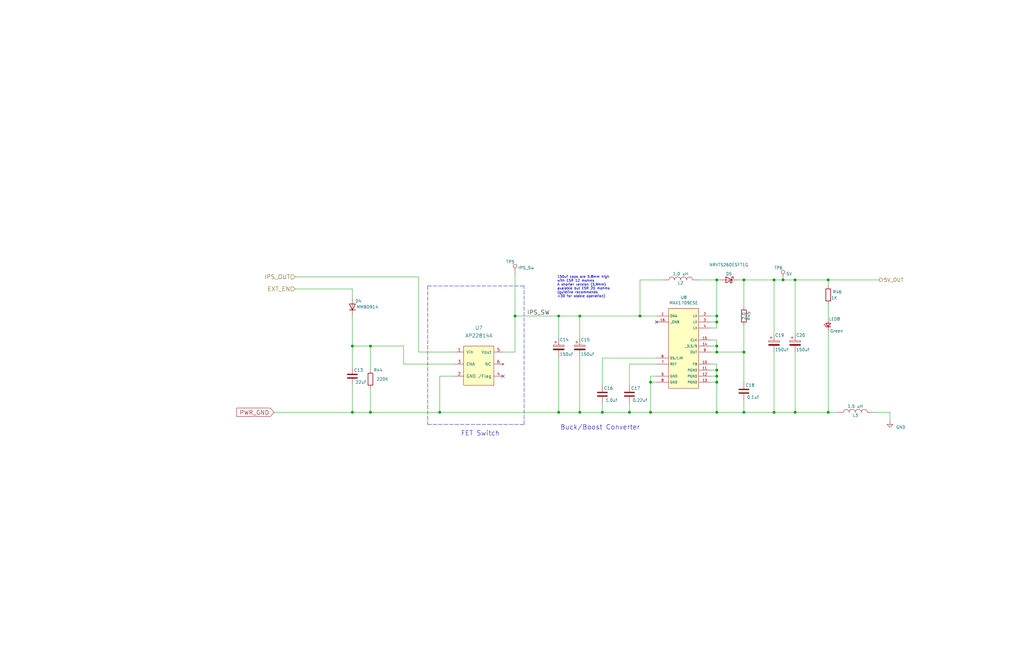
<source format=kicad_sch>
(kicad_sch (version 20211123) (generator eeschema)
  (paper "B")
  (title_block (title "ConnectBox CM4 for China Case") (date "2022-02-17") (rev "1.8.1") (comment 1 "JRA"))
  (lib_symbols
    (symbol "Connector:TestPoint" (pin_numbers hide) (pin_names (offset 0.762) hide)
      (property "Reference" "TP" (at 0 6.858 0))
      (property "Value" "TestPoint" (at 0 5.08 0))
      (symbol "TestPoint_0_1"
        (circle (center 0 3.302) (radius 0.762))
      )
      (symbol "TestPoint_1_1"
        (pin passive line (at 0 0 90) (length 2.54) (name "1") (number "1"))
      )
    )
    (symbol "CustomComponents:AP22814A" (pin_names (offset 1.016))
      (property "Reference" "IC" (at -3.81 8.89 0))
      (property "Value" "AP22814A" (at 0 -11.43 0))
      (symbol "AP22814A_0_1"
        (rectangle (start -5.08 6.35) (end 7.62 -10.16) (fill (type background)))
      )
      (symbol "AP22814A_1_1"
        (pin input line (at -8.89 3.81 0) (length 3.81) (name "Vin") (number "1"))
        (pin input line (at -8.89 -6.35 0) (length 3.81) (name "GND") (number "2"))
        (pin input line (at -8.89 -1.27 0) (length 3.81) (name "ENA") (number "3"))
        (pin output line (at 11.43 -6.35 180) (length 3.81) (name "/Flag") (number "4"))
        (pin power_out line (at 11.43 3.81 180) (length 3.81) (name "Vout") (number "5"))
        (pin no_connect line (at 11.43 -1.27 180) (length 3.81) (name "NC") (number "6"))
      )
    )
    (symbol "CustomComponents:INDUCTOR-1" (pin_numbers hide) (pin_names (offset 1.016) hide)
      (property "Reference" "L" (at -1.27 0 90))
      (property "Value" "INDUCTOR-1" (at 2.54 0 90))
      (symbol "INDUCTOR-1_0_1"
        (arc (start 0.0254 -5.0546) (mid 1.245 -3.7973) (end 0.0254 -2.54))
        (arc (start 0.0254 -2.5146) (mid 1.2704 -1.2319) (end 0.0254 0.0508))
        (arc (start 0.0254 0.0254) (mid 1.2704 1.3081) (end 0.0254 2.5908))
        (arc (start 0.0254 2.5654) (mid 1.1942 3.7719) (end 0.0254 4.9784))
      )
      (symbol "INDUCTOR-1_1_1"
        (pin passive line (at 0 7.62 270) (length 2.54) (name "1") (number "1"))
        (pin passive line (at 0 -7.62 90) (length 2.54) (name "2") (number "2"))
      )
    )
    (symbol "Custom_1:MAX1709ESE"
      (property "Reference" "U" (at -2.54 17.78 0))
      (property "Value" "MAX1709ESE" (at 0 15.24 0))
      (symbol "MAX1709ESE_0_1"
        (rectangle (start -6.35 13.335) (end 6.35 -20.32) (stroke (width 0.1524)) (fill (type background)))
      )
      (symbol "MAX1709ESE_1_1"
        (pin input line (at -11.43 10.16 0) (length 5.08) (name "ONA") (number "1"))
        (pin input line (at 11.43 -10.16 180) (length 5.08) (name "FB") (number "10"))
        (pin input line (at 11.43 -12.7 180) (length 5.08) (name "PGND") (number "11"))
        (pin input line (at 11.43 -15.24 180) (length 5.08) (name "PGND") (number "12"))
        (pin input line (at 11.43 -17.78 180) (length 5.08) (name "PGND") (number "13"))
        (pin input line (at 11.43 -2.54 180) (length 5.08) (name "_3.3/5") (number "14"))
        (pin input line (at 11.43 0 180) (length 5.08) (name "CLK") (number "15"))
        (pin input line (at -11.43 7.62 0) (length 5.08) (name "_ONB") (number "16"))
        (pin input line (at 11.43 10.16 180) (length 5.08) (name "LX") (number "2"))
        (pin input line (at 11.43 7.62 180) (length 5.08) (name "LX") (number "3"))
        (pin input line (at 11.43 5.08 180) (length 5.08) (name "LX") (number "4"))
        (pin input line (at -11.43 -15.24 0) (length 5.08) (name "GND") (number "5"))
        (pin input line (at -11.43 -7.62 0) (length 5.08) (name "SS/LIM") (number "6"))
        (pin input line (at -11.43 -10.16 0) (length 5.08) (name "REF") (number "7"))
        (pin input line (at -11.43 -17.78 0) (length 5.08) (name "GND") (number "8"))
        (pin input line (at 11.43 -5.08 180) (length 5.08) (name "OUT") (number "9"))
      )
    )
    (symbol "Device:C" (pin_numbers hide) (pin_names (offset 0.254))
      (property "Reference" "C" (at 0.635 2.54 0))
      (property "Value" "C" (at 0.635 -2.54 0))
      (symbol "C_0_1"
        (polyline (pts (xy -2.032 -0.762) (xy 2.032 -0.762)) (stroke (width 0.508)))
        (polyline (pts (xy -2.032 0.762) (xy 2.032 0.762)) (stroke (width 0.508)))
      )
      (symbol "C_1_1"
        (pin passive line (at 0 3.81 270) (length 2.794) (name "~") (number "1"))
        (pin passive line (at 0 -3.81 90) (length 2.794) (name "~") (number "2"))
      )
    )
    (symbol "Device:CP" (pin_numbers hide) (pin_names (offset 0.254))
      (property "Reference" "C" (at 0.635 2.54 0))
      (property "Value" "CP" (at 0.635 -2.54 0))
      (symbol "CP_0_1"
        (rectangle (start -2.286 0.508) (end 2.286 1.016))
        (polyline (pts (xy -1.778 2.286) (xy -0.762 2.286)))
        (polyline (pts (xy -1.27 2.794) (xy -1.27 1.778)))
        (rectangle (start 2.286 -0.508) (end -2.286 -1.016) (fill (type outline)))
      )
      (symbol "CP_1_1"
        (pin passive line (at 0 3.81 270) (length 2.794) (name "~") (number "1"))
        (pin passive line (at 0 -3.81 90) (length 2.794) (name "~") (number "2"))
      )
    )
    (symbol "Device:D_Schottky" (pin_numbers hide) (pin_names (offset 1.016) hide)
      (property "Reference" "D" (at 0 2.54 0))
      (property "Value" "D_Schottky" (at 0 -2.54 0))
      (symbol "D_Schottky_0_1"
        (polyline (pts (xy 1.27 0) (xy -1.27 0)))
        (polyline (pts (xy 1.27 1.27) (xy 1.27 -1.27) (xy -1.27 0) (xy 1.27 1.27)) (stroke (width 0.254)))
        (polyline (pts (xy -1.905 0.635) (xy -1.905 1.27) (xy -1.27 1.27) (xy -1.27 -1.27) (xy -0.635 -1.27) (xy -0.635 -0.635)) (stroke (width 0.254)))
      )
      (symbol "D_Schottky_1_1"
        (pin passive line (at -3.81 0 0) (length 2.54) (name "K") (number "1"))
        (pin passive line (at 3.81 0 180) (length 2.54) (name "A") (number "2"))
      )
    )
    (symbol "Device:LED_Small" (pin_numbers hide) (pin_names (offset 0.254) hide)
      (property "Reference" "D" (at -1.27 3.175 0))
      (property "Value" "LED_Small" (at -4.445 -2.54 0))
      (symbol "LED_Small_0_1"
        (polyline (pts (xy -0.762 -1.016) (xy -0.762 1.016)) (stroke (width 0.254)))
        (polyline (pts (xy 1.016 0) (xy -0.762 0)))
        (polyline (pts (xy 0.762 -1.016) (xy -0.762 0) (xy 0.762 1.016) (xy 0.762 -1.016)) (stroke (width 0.254)))
        (polyline (pts (xy 0 0.762) (xy -0.508 1.27) (xy -0.254 1.27) (xy -0.508 1.27) (xy -0.508 1.016)))
        (polyline (pts (xy 0.508 1.27) (xy 0 1.778) (xy 0.254 1.778) (xy 0 1.778) (xy 0 1.524)))
      )
      (symbol "LED_Small_1_1"
        (pin passive line (at -2.54 0 0) (length 1.778) (name "K") (number "1"))
        (pin passive line (at 2.54 0 180) (length 1.778) (name "A") (number "2"))
      )
    )
    (symbol "Device:R" (pin_numbers hide) (pin_names (offset 0))
      (property "Reference" "R" (at 2.032 0 90))
      (property "Value" "R" (at 0 0 90))
      (symbol "R_0_1"
        (rectangle (start -1.016 -2.54) (end 1.016 2.54) (stroke (width 0.254)))
      )
      (symbol "R_1_1"
        (pin passive line (at 0 3.81 270) (length 1.27) (name "~") (number "1"))
        (pin passive line (at 0 -3.81 90) (length 1.27) (name "~") (number "2"))
      )
    )
    (symbol "Diode:1N914" (pin_numbers hide) (pin_names (offset 1.016) hide)
      (property "Reference" "D" (at 0 2.54 0))
      (property "Value" "1N914" (at 0 -2.54 0))
      (symbol "1N914_0_1"
        (polyline (pts (xy -1.27 1.27) (xy -1.27 -1.27)) (stroke (width 0.254)))
        (polyline (pts (xy 1.27 0) (xy -1.27 0)))
        (polyline (pts (xy 1.27 1.27) (xy 1.27 -1.27) (xy -1.27 0) (xy 1.27 1.27)) (stroke (width 0.254)))
      )
      (symbol "1N914_1_1"
        (pin passive line (at -3.81 0 0) (length 2.54) (name "K") (number "1"))
        (pin passive line (at 3.81 0 180) (length 2.54) (name "A") (number "2"))
      )
    )
    (symbol "power:GND" (power) (pin_names (offset 0))
      (property "Value" "GND" (at 0 -3.81 0))
      (symbol "GND_0_1"
        (polyline (pts (xy 0 0) (xy 0 -1.27) (xy 1.27 -1.27) (xy 0 -2.54) (xy -1.27 -1.27) (xy 0 -1.27)))
      )
      (symbol "GND_1_1"
        (pin power_in line (at 0 0 270) (length 0) hide (name "GND") (number "1"))
      )
    )
  )
  (junction (at 244.475 133.35) (diameter 1.016))
  (junction (at 302.26 133.35) (diameter 1.016))
  (junction (at 335.28 173.99) (diameter 1.016))
  (junction (at 313.69 118.11) (diameter 1.016))
  (junction (at 335.28 118.11) (diameter 1.016))
  (junction (at 349.25 173.99) (diameter 1.016))
  (junction (at 274.32 161.29) (diameter 1.016))
  (junction (at 156.21 173.99) (diameter 1.016))
  (junction (at 148.59 146.05) (diameter 1.016))
  (junction (at 302.26 148.59) (diameter 1.016))
  (junction (at 349.25 118.11) (diameter 1.016))
  (junction (at 313.69 173.99) (diameter 1.016))
  (junction (at 302.26 161.29) (diameter 1.016))
  (junction (at 269.875 133.35) (diameter 1.016))
  (junction (at 217.17 133.35) (diameter 1.016))
  (junction (at 302.26 173.99) (diameter 1.016))
  (junction (at 156.21 146.05) (diameter 1.016))
  (junction (at 330.2 118.11) (diameter 1.016))
  (junction (at 148.59 173.99) (diameter 1.016))
  (junction (at 235.585 133.35) (diameter 1.016))
  (junction (at 302.26 158.75) (diameter 1.016))
  (junction (at 302.26 135.89) (diameter 1.016))
  (junction (at 185.42 173.99) (diameter 1.016))
  (junction (at 235.585 173.99) (diameter 1.016))
  (junction (at 254 173.99) (diameter 1.016))
  (junction (at 244.475 173.99) (diameter 1.016))
  (junction (at 302.26 146.05) (diameter 1.016))
  (junction (at 265.43 173.99) (diameter 1.016))
  (junction (at 313.69 148.59) (diameter 1.016))
  (junction (at 326.39 173.99) (diameter 1.016))
  (junction (at 302.26 156.21) (diameter 1.016))
  (junction (at 326.39 118.11) (diameter 1.016))
  (junction (at 302.26 118.11) (diameter 1.016))
  (junction (at 274.32 173.99) (diameter 1.016))
  (no_connect (at 276.86 135.89))
  (no_connect (at 212.09 158.75))
  (wire (pts (xy 235.585 173.99) (xy 244.475 173.99)))
  (wire (pts (xy 244.475 173.99) (xy 254 173.99)))
  (wire (pts (xy 254 173.99) (xy 265.43 173.99)))
  (wire (pts (xy 265.43 173.99) (xy 274.32 173.99)))
  (wire (pts (xy 274.32 173.99) (xy 302.26 173.99)))
  (wire (pts (xy 302.26 173.99) (xy 313.69 173.99)))
  (wire (pts (xy 313.69 173.99) (xy 326.39 173.99)))
  (wire (pts (xy 217.17 133.35) (xy 235.585 133.35)))
  (wire (pts (xy 235.585 133.35) (xy 244.475 133.35)))
  (wire (pts (xy 244.475 133.35) (xy 269.875 133.35)))
  (wire (pts (xy 269.875 133.35) (xy 276.86 133.35)))
  (wire (pts (xy 294.64 118.11) (xy 302.26 118.11)))
  (wire (pts (xy 302.26 118.11) (xy 303.53 118.11)))
  (wire (pts (xy 302.26 148.59) (xy 299.72 148.59)))
  (wire (pts (xy 313.69 137.16) (xy 313.69 148.59)))
  (wire (pts (xy 313.69 148.59) (xy 302.26 148.59)))
  (wire (pts (xy 148.59 121.92) (xy 148.59 125.73)))
  (wire (pts (xy 124.46 121.92) (xy 148.59 121.92)))
  (wire (pts (xy 302.26 118.11) (xy 302.26 133.35)))
  (wire (pts (xy 335.28 118.11) (xy 349.25 118.11)))
  (wire (pts (xy 274.32 158.75) (xy 274.32 161.29)))
  (wire (pts (xy 274.32 161.29) (xy 276.86 161.29)))
  (wire (pts (xy 276.86 158.75) (xy 274.32 158.75)))
  (wire (pts (xy 299.72 135.89) (xy 302.26 135.89)))
  (wire (pts (xy 299.72 138.43) (xy 302.26 138.43)))
  (wire (pts (xy 302.26 138.43) (xy 302.26 135.89)))
  (wire (pts (xy 349.25 173.99) (xy 335.28 173.99)))
  (wire (pts (xy 115.57 173.99) (xy 148.59 173.99)))
  (wire (pts (xy 148.59 162.56) (xy 148.59 173.99)))
  (wire (pts (xy 156.21 146.05) (xy 170.18 146.05)))
  (wire (pts (xy 170.18 153.67) (xy 170.18 146.05)))
  (wire (pts (xy 170.18 153.67) (xy 191.77 153.67)))
  (wire (pts (xy 212.09 148.59) (xy 217.17 148.59)))
  (polyline (pts (xy 220.98 179.07) (xy 220.98 120.65)) (stroke (width 0) (type dash)))
  (wire (pts (xy 185.42 158.75) (xy 185.42 173.99)))
  (wire (pts (xy 191.77 158.75) (xy 185.42 158.75)))
  (wire (pts (xy 148.59 146.05) (xy 156.21 146.05)))
  (wire (pts (xy 335.28 118.11) (xy 335.28 140.97)))
  (wire (pts (xy 375.285 173.99) (xy 368.3 173.99)))
  (polyline (pts (xy 180.34 120.65) (xy 220.98 120.65)) (stroke (width 0) (type dash)))
  (wire (pts (xy 311.15 118.11) (xy 313.69 118.11)))
  (wire (pts (xy 313.69 118.11) (xy 326.39 118.11)))
  (wire (pts (xy 274.32 161.29) (xy 274.32 173.99)))
  (wire (pts (xy 330.2 118.11) (xy 335.28 118.11)))
  (wire (pts (xy 254 151.13) (xy 276.86 151.13)))
  (wire (pts (xy 254 162.56) (xy 254 151.13)))
  (wire (pts (xy 349.25 139.7) (xy 349.25 173.99)))
  (wire (pts (xy 349.25 128.27) (xy 349.25 134.62)))
  (wire (pts (xy 349.25 118.11) (xy 349.25 120.65)))
  (wire (pts (xy 326.39 118.11) (xy 326.39 140.97)))
  (wire (pts (xy 265.43 153.67) (xy 265.43 162.56)))
  (wire (pts (xy 276.86 153.67) (xy 265.43 153.67)))
  (wire (pts (xy 313.69 118.11) (xy 313.69 129.54)))
  (wire (pts (xy 349.25 173.99) (xy 353.06 173.99)))
  (wire (pts (xy 148.59 154.94) (xy 148.59 146.05)))
  (wire (pts (xy 313.69 168.91) (xy 313.69 173.99)))
  (wire (pts (xy 302.26 161.29) (xy 302.26 173.99)))
  (wire (pts (xy 217.17 115.57) (xy 217.17 133.35)))
  (wire (pts (xy 235.585 150.495) (xy 235.585 173.99)))
  (wire (pts (xy 124.46 116.84) (xy 176.53 116.84)))
  (wire (pts (xy 176.53 116.84) (xy 176.53 148.59)))
  (wire (pts (xy 244.475 133.35) (xy 244.475 142.875)))
  (wire (pts (xy 335.28 173.99) (xy 335.28 148.59)))
  (wire (pts (xy 375.285 173.99) (xy 375.285 177.8)))
  (wire (pts (xy 254 170.18) (xy 254 173.99)))
  (wire (pts (xy 349.25 118.11) (xy 370.84 118.11)))
  (wire (pts (xy 326.39 118.11) (xy 330.2 118.11)))
  (wire (pts (xy 235.585 133.35) (xy 235.585 142.875)))
  (wire (pts (xy 326.39 173.99) (xy 326.39 148.59)))
  (wire (pts (xy 185.42 173.99) (xy 235.585 173.99)))
  (wire (pts (xy 176.53 148.59) (xy 191.77 148.59)))
  (wire (pts (xy 269.875 118.11) (xy 269.875 133.35)))
  (wire (pts (xy 279.4 118.11) (xy 269.875 118.11)))
  (wire (pts (xy 156.21 173.99) (xy 185.42 173.99)))
  (wire (pts (xy 156.21 173.99) (xy 148.59 173.99)))
  (polyline (pts (xy 180.34 120.65) (xy 180.34 179.07)) (stroke (width 0) (type dash)))
  (wire (pts (xy 302.26 158.75) (xy 302.26 161.29)))
  (wire (pts (xy 302.26 161.29) (xy 299.72 161.29)))
  (wire (pts (xy 313.69 148.59) (xy 313.69 161.29)))
  (wire (pts (xy 299.72 143.51) (xy 302.26 143.51)))
  (wire (pts (xy 302.26 143.51) (xy 302.26 146.05)))
  (wire (pts (xy 302.26 146.05) (xy 302.26 148.59)))
  (wire (pts (xy 244.475 150.495) (xy 244.475 173.99)))
  (wire (pts (xy 148.59 133.35) (xy 148.59 146.05)))
  (polyline (pts (xy 180.34 179.07) (xy 220.98 179.07)) (stroke (width 0) (type dash)))
  (wire (pts (xy 299.72 153.67) (xy 302.26 153.67)))
  (wire (pts (xy 302.26 153.67) (xy 302.26 156.21)))
  (wire (pts (xy 302.26 156.21) (xy 299.72 156.21)))
  (wire (pts (xy 299.72 146.05) (xy 302.26 146.05)))
  (wire (pts (xy 156.21 156.21) (xy 156.21 146.05)))
  (wire (pts (xy 335.28 173.99) (xy 326.39 173.99)))
  (wire (pts (xy 217.17 133.35) (xy 217.17 148.59)))
  (wire (pts (xy 302.26 133.35) (xy 299.72 133.35)))
  (wire (pts (xy 302.26 135.89) (xy 302.26 133.35)))
  (wire (pts (xy 302.26 156.21) (xy 302.26 158.75)))
  (wire (pts (xy 302.26 158.75) (xy 299.72 158.75)))
  (wire (pts (xy 156.21 163.83) (xy 156.21 173.99)))
  (wire (pts (xy 265.43 170.18) (xy 265.43 173.99)))
  (text "150uf caps are 5.8mm high\nwith ESR 12 mohms\nA shorter version (3.9mm)\navaiable but ESR 20 mohms\n(guidline recommends \n<30 for stable operation)" (at 234.95 125.73 0) (effects (font (size 1.016 1.016)) (justify left bottom)))
  (text "Buck/Boost Converter" (at 236.22 181.61 0) (effects (font (size 2.0066 2.0066)) (justify left bottom)))
  (text "FET Switch" (at 194.31 184.15 0) (effects (font (size 2.0066 2.0066)) (justify left bottom)))
  (label "IPS_SW" (at 222.25 133.35 0) (effects (font (size 1.778 1.778))))
  (global_label "PWR_GND" (shape input) (at 115.57 173.99 180) (effects (font (size 1.778 1.778))) (property "Intersheet References" "${INTERSHEET_REFS}" (effects hide)))
  (hierarchical_label "EXT_EN" (shape input) (at 124.46 121.92 180) (effects (font (size 1.778 1.778))))
  (hierarchical_label "IPS_OUT" (shape input) (at 124.46 116.84 180) (effects (font (size 1.778 1.778))))
  (hierarchical_label "5V_OUT" (shape output) (at 370.84 118.11 0) (effects (font (size 1.524 1.524))))
  (symbol (lib_id "Device:D_Schottky") (at 307.34 118.11 0) (mirror y) (unit 1)
    (property "Reference" "D5" (at 307.34 115.57 0))
    (property "Value" "NRVTS260ESFT1G" (at 307.34 111.76 0))
    (property "Footprint" "CustomComponents:SOD-123FL" (effects hide))
    (property "Manufacturer" "ON Semiconductor" (effects hide))
    (property "Manufacturer P/N" "NRVTS260ESFT1G" (effects hide))
    (property "Description" "DIODE SCHOTTKY 60V 2A SOD123FL" (effects hide))
    (property "DigiKey P/N" "NRVTS260ESFT1GOSCT-ND" (effects hide))
    (property "Type" "SMD" (effects hide))
  )
  (symbol (lib_id "Device:LED_Small") (at 349.25 137.16 90) (unit 1)
    (property "Reference" "LED8" (at 354.33 134.62 90) (effects (justify left)))
    (property "Value" "Green" (at 355.6 139.7 90) (effects (justify left)))
    (property "Footprint" "LED_SMD:LED_0603_1608Metric" (effects hide))
    (property "Manufacturer" "Lite-On Inc." (effects hide))
    (property "Manufacturer P/N" "LTST-C191KFKT" (effects hide))
    (property "Description" "LED GREEN CLEAR 0603 SMD" (effects hide))
    (property "DigiKey P/N" "160-1446-1-ND" (effects hide))
    (property "Type" "SMD" (effects hide))
  )
  (symbol (lib_id "power:GND") (at 375.285 177.8 0) (unit 1)
    (property "Reference" "#PWR011" (effects hide))
    (property "Value" "GND" (at 379.857 180.2892 0))
  )
  (symbol (lib_id "Connector:TestPoint") (at 217.17 115.57 0) (unit 1)
    (property "Reference" "TP5" (at 213.36 110.49 0) (effects (justify left)))
    (property "Value" "IPS_Sw" (at 218.44 113.03 0) (effects (justify left)))
    (property "Footprint" "TestPoint:TestPoint_THTPad_D1.5mm_Drill0.7mm" (effects hide))
  )
  (symbol (lib_id "Device:CP") (at 244.475 146.685 0) (unit 1)
    (property "Reference" "C15" (at 244.8561 143.3841 0) (effects (justify left)))
    (property "Value" "150uf" (at 244.8561 149.4928 0) (effects (justify left)))
    (property "Footprint" "Capacitor_SMD:CP_Elec_5x3" (effects hide))
    (property "Manufacturer" "Nippon Chemi-Con" (effects hide))
    (property "Manufacturer P/N" "APXF6R3ARA151ME61G" (effects hide))
    (property "Description" "150uf, 6.3V Alum Polymer Cap" (effects hide))
    (property "DigiKey P/N" "565-4332-1-ND" (effects hide))
    (property "Type" "SMD" (effects hide))
  )
  (symbol (lib_id "Device:C") (at 148.59 158.75 0) (unit 1)
    (property "Reference" "C13" (at 149.225 156.21 0) (effects (justify left)))
    (property "Value" "22uF" (at 149.86 161.29 0) (effects (justify left)))
    (property "Footprint" "Capacitor_SMD:C_0603_1608Metric" (effects hide))
    (property "Manufacturer" "Samsung" (effects hide))
    (property "Manufacturer P/N" "CL10A226MQ8NRNC" (effects hide))
    (property "Description" "CAP CER 22UF 6.3V X5R 0603" (effects hide))
    (property "DigiKey P/N" "1276-1193-1-ND" (effects hide))
    (property "Type" "SMD" (effects hide))
  )
  (symbol (lib_id "Diode:1N914") (at 148.59 129.54 90) (unit 1)
    (property "Reference" "D4" (at 151.13 127 90))
    (property "Value" "MMBD914" (at 154.94 129.54 90))
    (property "Footprint" "Diode_SMD:D_SOT-23_ANK" (effects hide))
    (property "Datasheet" "http://www.vishay.com/docs/85622/1n914.pdf" (effects hide))
    (property "Manufacturer" "ON Semiconductor" (effects hide))
    (property "Manufacturer P/N" "MMBD914LT1G" (effects hide))
    (property "Description" "DIODE GEN PURP 100V 200MA SOT23" (effects hide))
    (property "DigiKey P/N" "MMBD914LT1GOSCT-ND" (effects hide))
    (property "Type" "SMD" (effects hide))
  )
  (symbol (lib_id "Device:C") (at 313.69 165.1 0) (unit 1)
    (property "Reference" "C18" (at 314.325 162.56 0) (effects (justify left)))
    (property "Value" "0.1uf" (at 314.96 167.64 0) (effects (justify left)))
    (property "Footprint" "Capacitor_SMD:C_0603_1608Metric" (effects hide))
    (property "Manufacturer" "KEMET" (effects hide))
    (property "Manufacturer P/N" "C0603C104K9PAC7867" (effects hide))
    (property "Description" "CAP CER 0.1UF 6.3V X5R 0603" (effects hide))
    (property "DigiKey P/N" "399-17575-1-ND" (effects hide))
    (property "Type" "SMD" (effects hide))
  )
  (symbol (lib_id "Connector:TestPoint") (at 330.2 118.11 0) (unit 1)
    (property "Reference" "TP6" (at 326.39 113.03 0) (effects (justify left)))
    (property "Value" "5V" (at 331.47 115.57 0) (effects (justify left)))
    (property "Footprint" "TestPoint:TestPoint_THTPad_D1.5mm_Drill0.7mm" (effects hide))
  )
  (symbol (lib_id "Custom_1:MAX1709ESE") (at 288.29 143.51 0) (unit 1)
    (property "Reference" "U8" (at 288.29 125.5226 0))
    (property "Value" "MAX1709ESE" (at 288.29 127.8213 0))
    (property "Footprint" "Package_SO:SOP-16_3.9x9.9mm_P1.27mm" (effects hide))
    (property "Manufacturer" "Maxim" (effects hide))
    (property "Manufacturer P/N" "MAX1709ESE" (effects hide))
    (property "Description" "STEP-UP DC-DC CONVERTER" (effects hide))
    (property "Type" "SMD" (effects hide))
  )
  (symbol (lib_id "Device:R") (at 156.21 160.02 0) (unit 1)
    (property "Reference" "R44" (at 157.48 156.21 0) (effects (justify left)))
    (property "Value" "220K" (at 158.75 160.02 0) (effects (justify left)))
    (property "Footprint" "Resistor_SMD:R_0603_1608Metric" (effects hide))
    (property "Manufacturer" "Yageo" (effects hide))
    (property "Manufacturer P/N" "RC0603FR-07220KL" (effects hide))
    (property "Description" "RES SMD 220K OHM 1% 1/8W 0603" (effects hide))
    (property "DigiKey P/N" "311-220KHRCT-ND" (effects hide))
    (property "Type" "SMD" (effects hide))
  )
  (symbol (lib_id "Device:C") (at 254 166.37 0) (unit 1)
    (property "Reference" "C16" (at 254.635 163.83 0) (effects (justify left)))
    (property "Value" "1.0uf" (at 255.27 168.91 0) (effects (justify left)))
    (property "Footprint" "Capacitor_SMD:C_0603_1608Metric" (effects hide))
    (property "Manufacturer" "KEMET" (effects hide))
    (property "Manufacturer P/N" "C0603C105K9PACTU" (effects hide))
    (property "Description" "CAP CER 1UF 6.3V X5R 0603" (effects hide))
    (property "DigiKey P/N" "399-7848-1-ND" (effects hide))
    (property "Type" "SMD" (effects hide))
  )
  (symbol (lib_id "Device:C") (at 265.43 166.37 0) (unit 1)
    (property "Reference" "C17" (at 266.065 163.83 0) (effects (justify left)))
    (property "Value" "0.22uf" (at 266.7 168.91 0) (effects (justify left)))
    (property "Footprint" "Capacitor_SMD:C_0603_1608Metric" (effects hide))
    (property "Manufacturer" "KEMET" (effects hide))
    (property "Manufacturer P/N" "C0603C224K9PAC7867" (effects hide))
    (property "Description" "CAP CER 0.22UF 6.3V X5R 0603" (effects hide))
    (property "DigiKey P/N" "399-14969-1-ND " (effects hide))
    (property "Type" "SMD" (effects hide))
  )
  (symbol (lib_id "Device:CP") (at 335.28 144.78 0) (unit 1)
    (property "Reference" "C20" (at 335.6611 141.4791 0) (effects (justify left)))
    (property "Value" "150uf" (at 335.6611 147.5878 0) (effects (justify left)))
    (property "Footprint" "Capacitor_SMD:CP_Elec_5x3" (effects hide))
    (property "Manufacturer" "Nippon Chemi-Con" (effects hide))
    (property "Manufacturer P/N" "APXF6R3ARA151ME61G" (effects hide))
    (property "Description" "150uf, 6.3V Alum Polymer Cap" (effects hide))
    (property "DigiKey P/N" "565-4332-1-ND" (effects hide))
    (property "Type" "SMD" (effects hide))
  )
  (symbol (lib_id "CustomComponents:AP22814A") (at 200.66 152.4 0) (unit 1)
    (property "Reference" "U7" (at 201.93 138.367 0) (effects (font (size 1.524 1.524))))
    (property "Value" "AP22814A" (at 201.93 141.646 0) (effects (font (size 1.524 1.524))))
    (property "Footprint" "CustomComponents:U-DFN2020-6" (effects hide))
    (property "Datasheet" "https://www.diodes.com/assets/Datasheets/AP22804_14.pdf" (effects hide))
  )
  (symbol (lib_id "Device:R") (at 313.69 133.35 0) (unit 1)
    (property "Reference" "R45" (at 315.722 133.35 90))
    (property "Value" "2.0" (at 313.69 133.35 90))
    (property "Footprint" "Resistor_SMD:R_0603_1608Metric" (effects hide))
    (property "Manufacturer" "Yageo" (effects hide))
    (property "Manufacturer P/N" "RC0603FR-072RL" (effects hide))
    (property "Description" "RES SMD 2.0 OHM 1% 1/8W 603" (effects hide))
    (property "DigiKey P/N" "311-2.00HRCT-ND" (effects hide))
    (property "Type" "SMD" (effects hide))
  )
  (symbol (lib_id "Device:CP") (at 235.585 146.685 0) (unit 1)
    (property "Reference" "C14" (at 235.9661 143.3841 0) (effects (justify left)))
    (property "Value" "150uf" (at 235.9661 149.4928 0) (effects (justify left)))
    (property "Footprint" "Capacitor_SMD:CP_Elec_5x3" (effects hide))
    (property "Manufacturer" "Nippon Chemi-Con" (effects hide))
    (property "Manufacturer P/N" "APXF6R3ARA151ME61G" (effects hide))
    (property "Description" "150uf, 6.3V Alum Polymer Cap" (effects hide))
    (property "DigiKey P/N" "565-4332-1-ND" (effects hide))
    (property "Type" "SMD" (effects hide))
  )
  (symbol (lib_id "CustomComponents:INDUCTOR-1") (at 360.68 173.99 90) (unit 1)
    (property "Reference" "L3" (at 360.68 175.26 90))
    (property "Value" "1.5 uH" (at 360.68 171.45 90))
    (property "Footprint" "Inductor_SMD:L_Taiyo-Yuden_NR-50xx" (effects hide))
    (property "Manufacturer" "Taiyo Yuden" (effects hide))
    (property "Manufacturer P/N" "NRS5020T1R5NMGJ" (effects hide))
    (property "Description" "FIXED IND 1.5UH 3A 31.2MOHM SMD" (effects hide))
    (property "DigiKey P/N" "587-2404-1-ND" (effects hide))
    (property "Type" "SMD" (effects hide))
  )
  (symbol (lib_id "Device:R") (at 349.25 124.46 0) (unit 1)
    (property "Reference" "R46" (at 353.06 123.19 0))
    (property "Value" "1K" (at 351.79 125.73 0))
    (property "Footprint" "Resistor_SMD:R_0603_1608Metric" (effects hide))
    (property "Manufacturer" "Yageo" (effects hide))
    (property "Manufacturer P/N" "RC0603FR-071KL" (effects hide))
    (property "Description" "RES SMD 1K OHM 1% 1/8W 0603" (effects hide))
    (property "DigiKey P/N" "311-1.00KRCT-ND" (effects hide))
    (property "Type" "SMD" (effects hide))
  )
  (symbol (lib_id "Device:CP") (at 326.39 144.78 0) (unit 1)
    (property "Reference" "C19" (at 326.7711 141.4791 0) (effects (justify left)))
    (property "Value" "150uf" (at 326.7711 147.5878 0) (effects (justify left)))
    (property "Footprint" "Capacitor_SMD:CP_Elec_5x3" (effects hide))
    (property "Manufacturer" "Nippon Chemi-Con" (effects hide))
    (property "Manufacturer P/N" "APXF6R3ARA151ME61G" (effects hide))
    (property "Description" "150uf, 6.3V Alum Polymer Cap" (effects hide))
    (property "DigiKey P/N" "565-4332-1-ND" (effects hide))
    (property "Type" "SMD" (effects hide))
  )
  (symbol (lib_id "CustomComponents:INDUCTOR-1") (at 287.02 118.11 90) (unit 1)
    (property "Reference" "L2" (at 287.02 119.38 90))
    (property "Value" "1.0 uH" (at 287.02 115.57 90))
    (property "Footprint" "Inductor_SMD:L_Taiyo-Yuden_MD-5050" (effects hide))
    (property "Manufacturer" "Murata" (effects hide))
    (property "Manufacturer P/N" "LQH5BPN1R0N38L" (effects hide))
    (property "Description" "FIXED IND 1.0 UH 7A 12 MOHM SMD" (effects hide))
    (property "DigiKey P/N" "490-16290-1-ND - Cut Tape (CT)" (effects hide))
    (property "Type" "SMD" (effects hide))
  )
)
</source>
